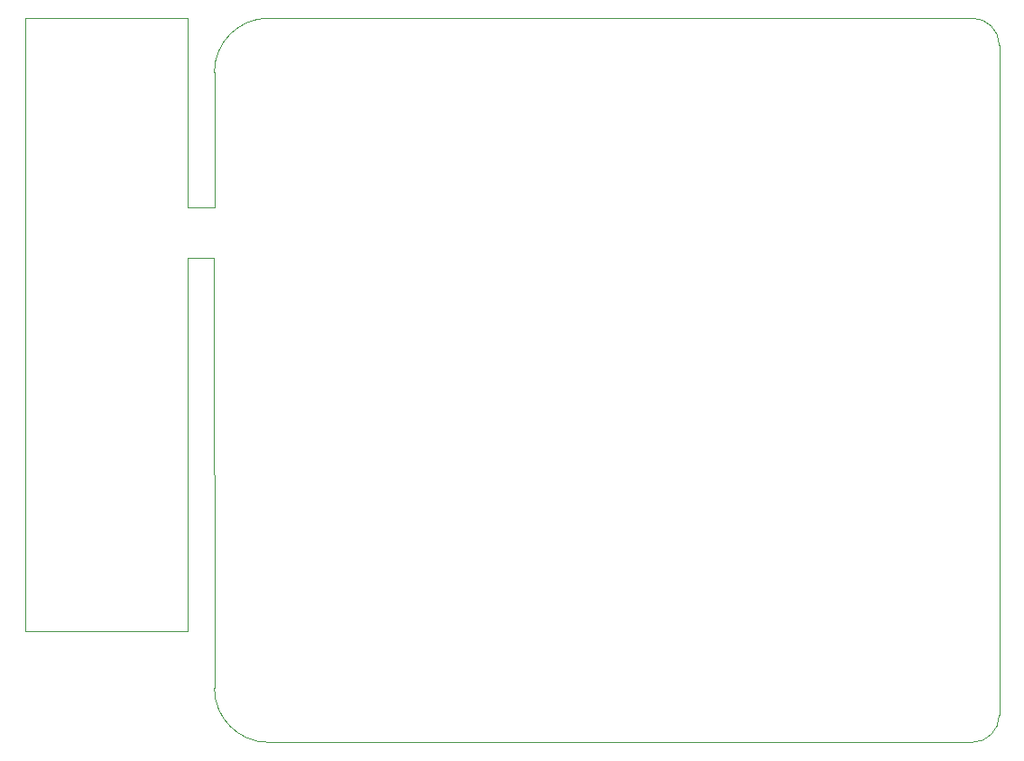
<source format=gbr>
G04 #@! TF.GenerationSoftware,KiCad,Pcbnew,(5.1.5)-3*
G04 #@! TF.CreationDate,2020-10-17T15:18:02-04:00*
G04 #@! TF.ProjectId,VFO-002,56464f2d-3030-4322-9e6b-696361645f70,1*
G04 #@! TF.SameCoordinates,Original*
G04 #@! TF.FileFunction,Profile,NP*
%FSLAX46Y46*%
G04 Gerber Fmt 4.6, Leading zero omitted, Abs format (unit mm)*
G04 Created by KiCad (PCBNEW (5.1.5)-3) date 2020-10-17 15:18:02*
%MOMM*%
%LPD*%
G04 APERTURE LIST*
%ADD10C,0.100000*%
G04 APERTURE END LIST*
D10*
X109220000Y-126420000D02*
X109195000Y-86025000D01*
X182880000Y-128960000D02*
X182880000Y-66040000D01*
X180340000Y-63500000D02*
X114300000Y-63500000D01*
X109220000Y-68580000D02*
X109220000Y-81280000D01*
X114300000Y-131500000D02*
X180340000Y-131500000D01*
X182880000Y-128960000D02*
G75*
G02X180340000Y-131500000I-2540000J0D01*
G01*
X180340000Y-63500000D02*
G75*
G02X182880000Y-66040000I0J-2540000D01*
G01*
X109220000Y-68580000D02*
G75*
G02X114300000Y-63500000I5080000J0D01*
G01*
X114300000Y-131500000D02*
G75*
G02X109220000Y-126420000I0J5080000D01*
G01*
X91440000Y-121100000D02*
X91440000Y-63500000D01*
X106680000Y-121100000D02*
X91440000Y-121100000D01*
X106680000Y-86025000D02*
X106680000Y-121100000D01*
X109195000Y-86025000D02*
X106680000Y-86025000D01*
X106680000Y-81280000D02*
X109220000Y-81280000D01*
X106680000Y-63500000D02*
X106680000Y-81280000D01*
X91440000Y-63500000D02*
X106680000Y-63500000D01*
M02*

</source>
